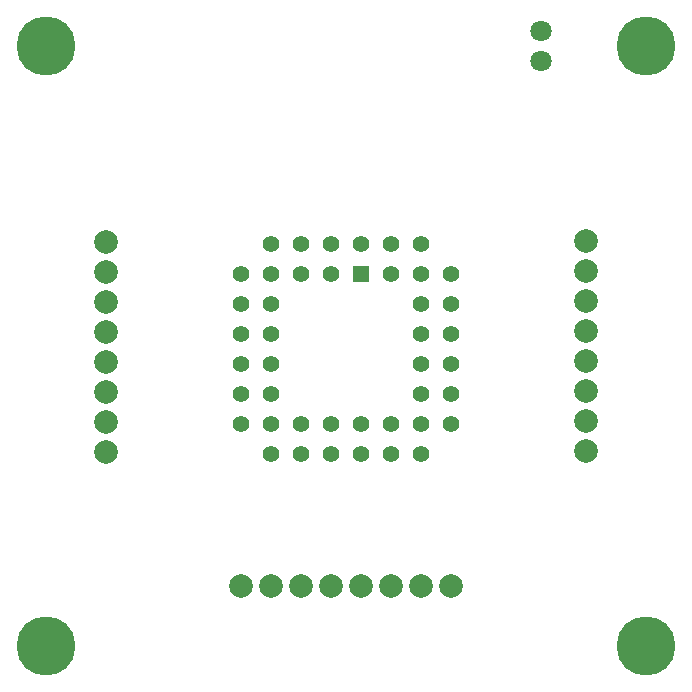
<source format=gbl>
G04 Layer: BottomLayer*
G04 EasyEDA v6.5.32, 2023-07-25 14:04:49*
G04 f14fb49f93b44de6823b6a38d3d77f6c,5a6b42c53f6a479593ecc07194224c93,10*
G04 Gerber Generator version 0.2*
G04 Scale: 100 percent, Rotated: No, Reflected: No *
G04 Dimensions in millimeters *
G04 leading zeros omitted , absolute positions ,4 integer and 5 decimal *
%FSLAX45Y45*%
%MOMM*%

%ADD10R,1.3970X1.3970*%
%ADD11C,1.3970*%
%ADD12C,5.0000*%
%ADD13C,1.8000*%
%ADD14C,2.0000*%

%LPD*%
D10*
G01*
X3048000Y3530600D03*
D11*
G01*
X2794000Y3784600D03*
G01*
X2794000Y3530600D03*
G01*
X2540000Y3784600D03*
G01*
X2540000Y3530600D03*
G01*
X2286000Y3784600D03*
G01*
X2032000Y3530600D03*
G01*
X2286000Y3530600D03*
G01*
X2032000Y3276600D03*
G01*
X2286000Y3276600D03*
G01*
X2032000Y3022600D03*
G01*
X2286000Y3022600D03*
G01*
X2032000Y2768600D03*
G01*
X2286000Y2768600D03*
G01*
X2032000Y2514600D03*
G01*
X2286000Y2514600D03*
G01*
X2032000Y2260600D03*
G01*
X2286000Y2006600D03*
G01*
X2286000Y2260600D03*
G01*
X2540000Y2006600D03*
G01*
X2540000Y2260600D03*
G01*
X2794000Y2006600D03*
G01*
X2794000Y2260600D03*
G01*
X3048000Y2006600D03*
G01*
X3048000Y2260600D03*
G01*
X3302000Y2006600D03*
G01*
X3302000Y2260600D03*
G01*
X3556000Y2006600D03*
G01*
X3810000Y2260600D03*
G01*
X3556000Y2260600D03*
G01*
X3810000Y2514600D03*
G01*
X3556000Y2514600D03*
G01*
X3810000Y2768600D03*
G01*
X3556000Y2768600D03*
G01*
X3810000Y3022600D03*
G01*
X3556000Y3022600D03*
G01*
X3810000Y3276600D03*
G01*
X3556000Y3276600D03*
G01*
X3810000Y3530600D03*
G01*
X3556000Y3784600D03*
G01*
X3556000Y3530600D03*
G01*
X3302000Y3784600D03*
G01*
X3302000Y3530600D03*
G01*
X3048000Y3784600D03*
D12*
G01*
X381000Y5461000D03*
G01*
X5461000Y5461000D03*
G01*
X5461000Y381000D03*
G01*
X381000Y381000D03*
D13*
G01*
X4572000Y5588000D03*
G01*
X4572000Y5334000D03*
D14*
G01*
X3810000Y889000D03*
G01*
X3556000Y889000D03*
G01*
X3302000Y889000D03*
G01*
X3048000Y889000D03*
G01*
X2794000Y889000D03*
G01*
X2540000Y889000D03*
G01*
X2286000Y889000D03*
G01*
X2032000Y889000D03*
G01*
X4956581Y2029205D03*
G01*
X4956581Y2283205D03*
G01*
X4956581Y2537205D03*
G01*
X4956581Y2791205D03*
G01*
X4956581Y3045205D03*
G01*
X4956581Y3299205D03*
G01*
X4956581Y3553205D03*
G01*
X4956581Y3807205D03*
G01*
X885418Y2027097D03*
G01*
X885418Y2281097D03*
G01*
X885418Y2535097D03*
G01*
X885418Y2789097D03*
G01*
X885418Y3043097D03*
G01*
X885418Y3297097D03*
G01*
X885418Y3551097D03*
G01*
X885418Y3805097D03*
M02*

</source>
